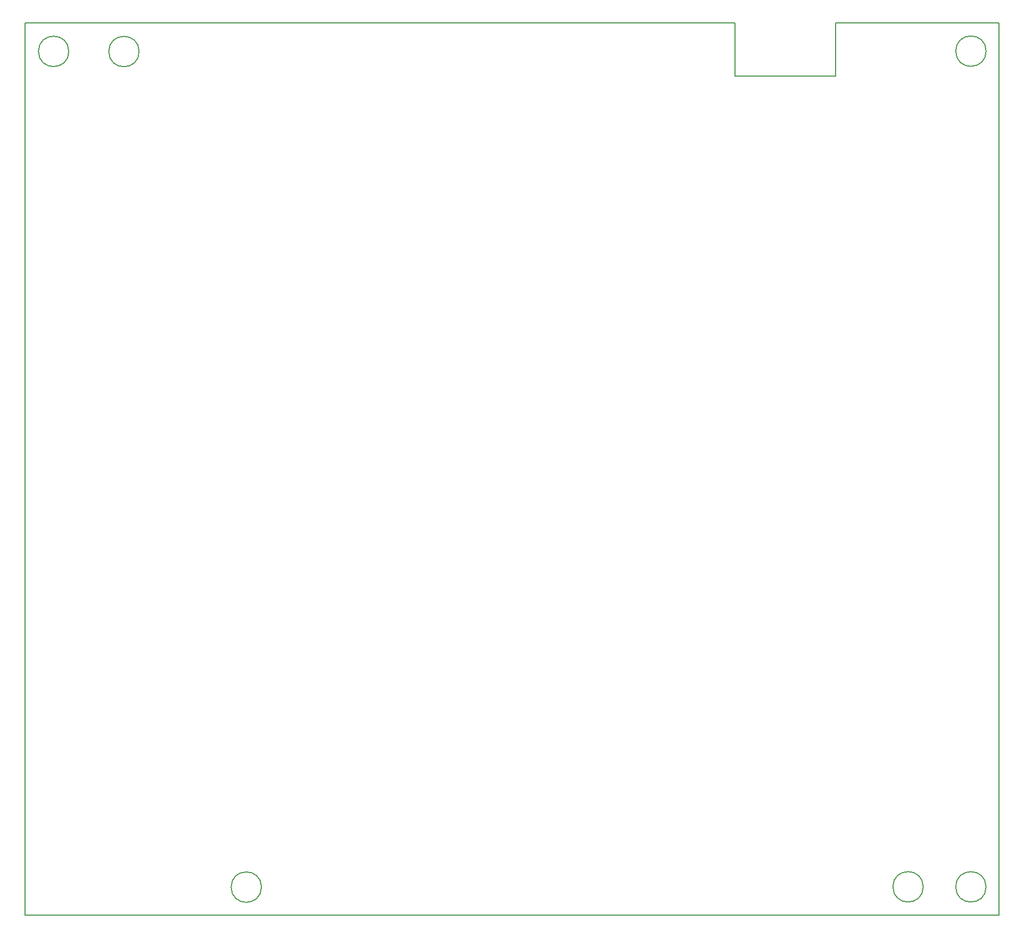
<source format=gm1>
G04 #@! TF.GenerationSoftware,KiCad,Pcbnew,5.1.8-5.1.8*
G04 #@! TF.CreationDate,2022-04-25T14:06:18+03:00*
G04 #@! TF.ProjectId,auris,61757269-732e-46b6-9963-61645f706362,rev?*
G04 #@! TF.SameCoordinates,Original*
G04 #@! TF.FileFunction,Profile,NP*
%FSLAX46Y46*%
G04 Gerber Fmt 4.6, Leading zero omitted, Abs format (unit mm)*
G04 Created by KiCad (PCBNEW 5.1.8-5.1.8) date 2022-04-25 14:06:18*
%MOMM*%
%LPD*%
G01*
G04 APERTURE LIST*
G04 #@! TA.AperFunction,Profile*
%ADD10C,0.150000*%
G04 #@! TD*
G04 APERTURE END LIST*
D10*
X152000000Y-36490000D02*
X152000000Y-28000000D01*
X136010000Y-36500000D02*
X152000000Y-36490000D01*
X136010000Y-27990000D02*
X136010000Y-36500000D01*
X152000000Y-28000000D02*
X178000000Y-28000000D01*
X178000000Y-170000000D02*
X23000000Y-170000000D01*
X178000000Y-28000000D02*
X178000000Y-170000000D01*
X23000000Y-27990000D02*
X136010000Y-27990000D01*
X23000000Y-50000000D02*
X23000000Y-27990000D01*
X23000000Y-73000000D02*
X23000000Y-50000000D01*
X23000000Y-170000000D02*
X23000000Y-73000000D01*
X175916609Y-32500000D02*
G75*
G03*
X175916609Y-32500000I-2416609J0D01*
G01*
X60640000Y-165530000D02*
G75*
G03*
X60640000Y-165530000I-2416609J0D01*
G01*
X29990000Y-32540000D02*
G75*
G03*
X29990000Y-32540000I-2416609J0D01*
G01*
X41180000Y-32560000D02*
G75*
G03*
X41180000Y-32560000I-2416609J0D01*
G01*
X165916609Y-165483391D02*
G75*
G03*
X165916609Y-165483391I-2416609J0D01*
G01*
X175910000Y-165490000D02*
G75*
G03*
X175910000Y-165490000I-2416609J0D01*
G01*
M02*

</source>
